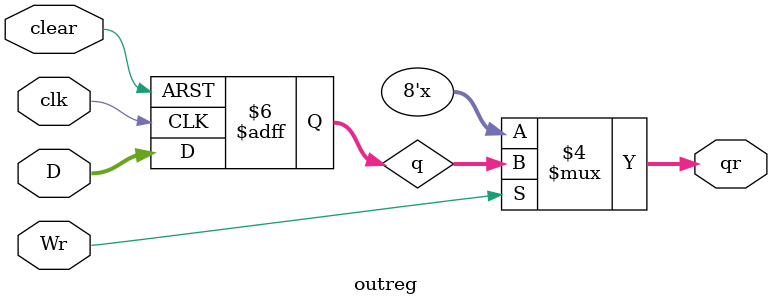
<source format=v>
module outreg ( D,Wr,clear,clk,qr);
input [7:0] D;
input Wr,clear,clk;
output reg [7:0] qr;
reg [7:0] q;

always @ (posedge clk , posedge clear) begin
if (clear) q = 8'b00000000;
else q<=D;
end
always @ (*) begin
if (Wr)
	qr = q;
else 
	qr = 8'bzzzzzzzz;
end
endmodule



</source>
